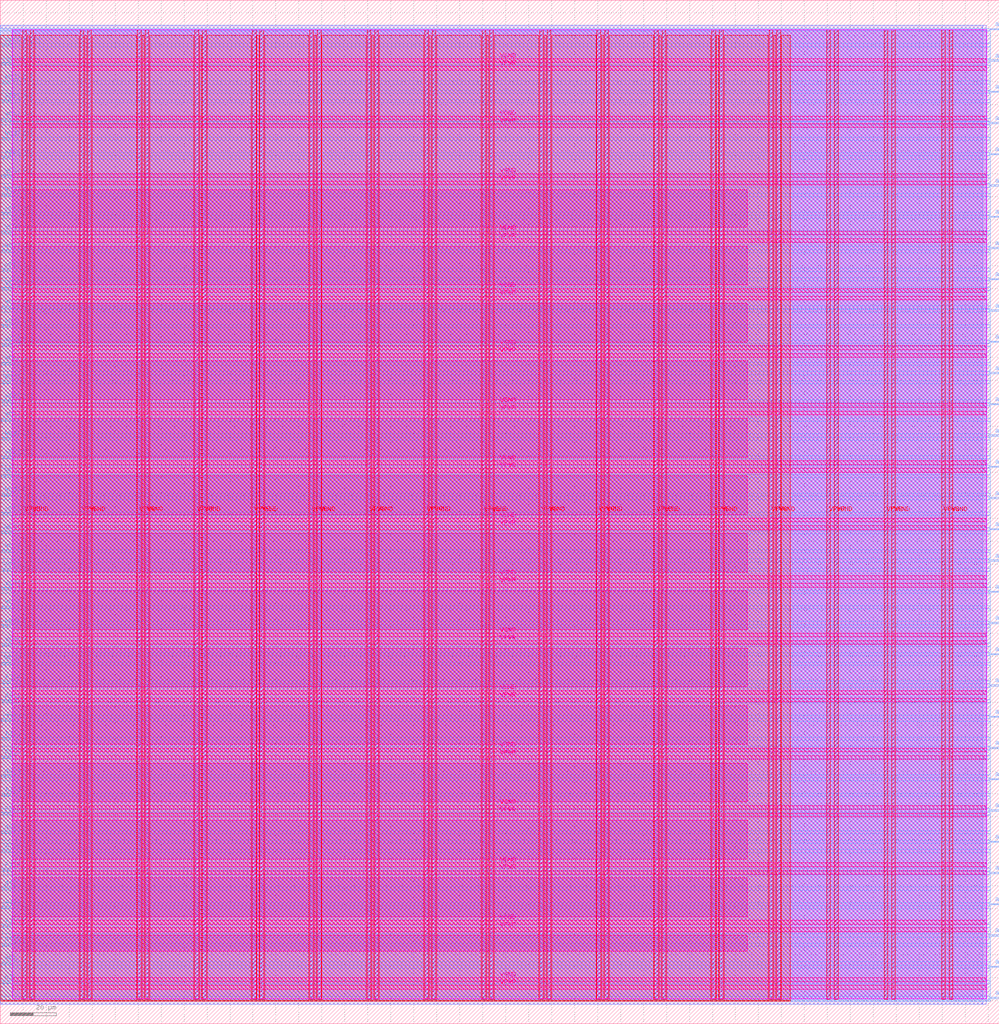
<source format=lef>
VERSION 5.7 ;
  NOWIREEXTENSIONATPIN ON ;
  DIVIDERCHAR "/" ;
  BUSBITCHARS "[]" ;
MACRO top
  CLASS BLOCK ;
  FOREIGN top ;
  ORIGIN 0.000 0.000 ;
  SIZE 434.795 BY 445.515 ;
  PIN A1[0]
    DIRECTION INPUT ;
    USE SIGNAL ;
    ANTENNAGATEAREA 0.213000 ;
    PORT
      LAYER met3 ;
        RECT 0.000 34.040 4.000 34.640 ;
    END
  END A1[0]
  PIN A1[1]
    DIRECTION INPUT ;
    USE SIGNAL ;
    ANTENNAGATEAREA 0.126000 ;
    PORT
      LAYER met3 ;
        RECT 0.000 42.200 4.000 42.800 ;
    END
  END A1[1]
  PIN A1[2]
    DIRECTION INPUT ;
    USE SIGNAL ;
    ANTENNAGATEAREA 0.247500 ;
    PORT
      LAYER met3 ;
        RECT 0.000 50.360 4.000 50.960 ;
    END
  END A1[2]
  PIN A1[3]
    DIRECTION INPUT ;
    USE SIGNAL ;
    ANTENNAGATEAREA 0.247500 ;
    PORT
      LAYER met3 ;
        RECT 0.000 58.520 4.000 59.120 ;
    END
  END A1[3]
  PIN A1[4]
    DIRECTION INPUT ;
    USE SIGNAL ;
    ANTENNAGATEAREA 0.213000 ;
    PORT
      LAYER met3 ;
        RECT 0.000 66.680 4.000 67.280 ;
    END
  END A1[4]
  PIN A2[0]
    DIRECTION INPUT ;
    USE SIGNAL ;
    ANTENNAGATEAREA 7.120500 ;
    PORT
      LAYER met3 ;
        RECT 0.000 74.840 4.000 75.440 ;
    END
  END A2[0]
  PIN A2[1]
    DIRECTION INPUT ;
    USE SIGNAL ;
    ANTENNAGATEAREA 0.852000 ;
    PORT
      LAYER met3 ;
        RECT 0.000 83.000 4.000 83.600 ;
    END
  END A2[1]
  PIN A2[2]
    DIRECTION INPUT ;
    USE SIGNAL ;
    ANTENNAGATEAREA 0.126000 ;
    PORT
      LAYER met3 ;
        RECT 0.000 91.160 4.000 91.760 ;
    END
  END A2[2]
  PIN A2[3]
    DIRECTION INPUT ;
    USE SIGNAL ;
    ANTENNAGATEAREA 0.126000 ;
    PORT
      LAYER met3 ;
        RECT 0.000 99.320 4.000 99.920 ;
    END
  END A2[3]
  PIN A2[4]
    DIRECTION INPUT ;
    USE SIGNAL ;
    ANTENNAGATEAREA 0.247500 ;
    PORT
      LAYER met3 ;
        RECT 0.000 107.480 4.000 108.080 ;
    END
  END A2[4]
  PIN A3[0]
    DIRECTION INPUT ;
    USE SIGNAL ;
    ANTENNAGATEAREA 0.247500 ;
    PORT
      LAYER met3 ;
        RECT 0.000 115.640 4.000 116.240 ;
    END
  END A3[0]
  PIN A3[1]
    DIRECTION INPUT ;
    USE SIGNAL ;
    ANTENNAGATEAREA 0.159000 ;
    PORT
      LAYER met3 ;
        RECT 0.000 123.800 4.000 124.400 ;
    END
  END A3[1]
  PIN A3[2]
    DIRECTION INPUT ;
    USE SIGNAL ;
    ANTENNAGATEAREA 0.159000 ;
    PORT
      LAYER met3 ;
        RECT 0.000 131.960 4.000 132.560 ;
    END
  END A3[2]
  PIN A3[3]
    DIRECTION INPUT ;
    USE SIGNAL ;
    ANTENNAGATEAREA 0.213000 ;
    PORT
      LAYER met3 ;
        RECT 0.000 140.120 4.000 140.720 ;
    END
  END A3[3]
  PIN A3[4]
    DIRECTION INPUT ;
    USE SIGNAL ;
    ANTENNAGATEAREA 0.213000 ;
    PORT
      LAYER met3 ;
        RECT 0.000 148.280 4.000 148.880 ;
    END
  END A3[4]
  PIN VGND
    DIRECTION INOUT ;
    USE GROUND ;
    PORT
      LAYER met4 ;
        RECT 13.020 10.640 14.620 432.720 ;
    END
    PORT
      LAYER met4 ;
        RECT 38.020 10.640 39.620 432.720 ;
    END
    PORT
      LAYER met4 ;
        RECT 63.020 10.640 64.620 432.720 ;
    END
    PORT
      LAYER met4 ;
        RECT 88.020 10.640 89.620 432.720 ;
    END
    PORT
      LAYER met4 ;
        RECT 113.020 10.640 114.620 432.720 ;
    END
    PORT
      LAYER met4 ;
        RECT 138.020 10.640 139.620 432.720 ;
    END
    PORT
      LAYER met4 ;
        RECT 163.020 10.640 164.620 432.720 ;
    END
    PORT
      LAYER met4 ;
        RECT 188.020 10.640 189.620 432.720 ;
    END
    PORT
      LAYER met4 ;
        RECT 213.020 10.640 214.620 432.720 ;
    END
    PORT
      LAYER met4 ;
        RECT 238.020 10.640 239.620 432.720 ;
    END
    PORT
      LAYER met4 ;
        RECT 263.020 10.640 264.620 432.720 ;
    END
    PORT
      LAYER met4 ;
        RECT 288.020 10.640 289.620 432.720 ;
    END
    PORT
      LAYER met4 ;
        RECT 313.020 10.640 314.620 432.720 ;
    END
    PORT
      LAYER met4 ;
        RECT 338.020 10.640 339.620 432.720 ;
    END
    PORT
      LAYER met4 ;
        RECT 363.020 10.640 364.620 432.720 ;
    END
    PORT
      LAYER met4 ;
        RECT 388.020 10.640 389.620 432.720 ;
    END
    PORT
      LAYER met4 ;
        RECT 413.020 10.640 414.620 432.720 ;
    END
    PORT
      LAYER met5 ;
        RECT 5.280 18.380 429.420 19.980 ;
    END
    PORT
      LAYER met5 ;
        RECT 5.280 43.380 429.420 44.980 ;
    END
    PORT
      LAYER met5 ;
        RECT 5.280 68.380 429.420 69.980 ;
    END
    PORT
      LAYER met5 ;
        RECT 5.280 93.380 429.420 94.980 ;
    END
    PORT
      LAYER met5 ;
        RECT 5.280 118.380 429.420 119.980 ;
    END
    PORT
      LAYER met5 ;
        RECT 5.280 143.380 429.420 144.980 ;
    END
    PORT
      LAYER met5 ;
        RECT 5.280 168.380 429.420 169.980 ;
    END
    PORT
      LAYER met5 ;
        RECT 5.280 193.380 429.420 194.980 ;
    END
    PORT
      LAYER met5 ;
        RECT 5.280 218.380 429.420 219.980 ;
    END
    PORT
      LAYER met5 ;
        RECT 5.280 243.380 429.420 244.980 ;
    END
    PORT
      LAYER met5 ;
        RECT 5.280 268.380 429.420 269.980 ;
    END
    PORT
      LAYER met5 ;
        RECT 5.280 293.380 429.420 294.980 ;
    END
    PORT
      LAYER met5 ;
        RECT 5.280 318.380 429.420 319.980 ;
    END
    PORT
      LAYER met5 ;
        RECT 5.280 343.380 429.420 344.980 ;
    END
    PORT
      LAYER met5 ;
        RECT 5.280 368.380 429.420 369.980 ;
    END
    PORT
      LAYER met5 ;
        RECT 5.280 393.380 429.420 394.980 ;
    END
    PORT
      LAYER met5 ;
        RECT 5.280 418.380 429.420 419.980 ;
    END
  END VGND
  PIN VPWR
    DIRECTION INOUT ;
    USE POWER ;
    PORT
      LAYER met4 ;
        RECT 9.720 10.640 11.320 432.720 ;
    END
    PORT
      LAYER met4 ;
        RECT 34.720 10.640 36.320 432.720 ;
    END
    PORT
      LAYER met4 ;
        RECT 59.720 10.640 61.320 432.720 ;
    END
    PORT
      LAYER met4 ;
        RECT 84.720 10.640 86.320 432.720 ;
    END
    PORT
      LAYER met4 ;
        RECT 109.720 10.640 111.320 432.720 ;
    END
    PORT
      LAYER met4 ;
        RECT 134.720 10.640 136.320 432.720 ;
    END
    PORT
      LAYER met4 ;
        RECT 159.720 10.640 161.320 432.720 ;
    END
    PORT
      LAYER met4 ;
        RECT 184.720 10.640 186.320 432.720 ;
    END
    PORT
      LAYER met4 ;
        RECT 209.720 10.640 211.320 432.720 ;
    END
    PORT
      LAYER met4 ;
        RECT 234.720 10.640 236.320 432.720 ;
    END
    PORT
      LAYER met4 ;
        RECT 259.720 10.640 261.320 432.720 ;
    END
    PORT
      LAYER met4 ;
        RECT 284.720 10.640 286.320 432.720 ;
    END
    PORT
      LAYER met4 ;
        RECT 309.720 10.640 311.320 432.720 ;
    END
    PORT
      LAYER met4 ;
        RECT 334.720 10.640 336.320 432.720 ;
    END
    PORT
      LAYER met4 ;
        RECT 359.720 10.640 361.320 432.720 ;
    END
    PORT
      LAYER met4 ;
        RECT 384.720 10.640 386.320 432.720 ;
    END
    PORT
      LAYER met4 ;
        RECT 409.720 10.640 411.320 432.720 ;
    END
    PORT
      LAYER met5 ;
        RECT 5.280 15.080 429.420 16.680 ;
    END
    PORT
      LAYER met5 ;
        RECT 5.280 40.080 429.420 41.680 ;
    END
    PORT
      LAYER met5 ;
        RECT 5.280 65.080 429.420 66.680 ;
    END
    PORT
      LAYER met5 ;
        RECT 5.280 90.080 429.420 91.680 ;
    END
    PORT
      LAYER met5 ;
        RECT 5.280 115.080 429.420 116.680 ;
    END
    PORT
      LAYER met5 ;
        RECT 5.280 140.080 429.420 141.680 ;
    END
    PORT
      LAYER met5 ;
        RECT 5.280 165.080 429.420 166.680 ;
    END
    PORT
      LAYER met5 ;
        RECT 5.280 190.080 429.420 191.680 ;
    END
    PORT
      LAYER met5 ;
        RECT 5.280 215.080 429.420 216.680 ;
    END
    PORT
      LAYER met5 ;
        RECT 5.280 240.080 429.420 241.680 ;
    END
    PORT
      LAYER met5 ;
        RECT 5.280 265.080 429.420 266.680 ;
    END
    PORT
      LAYER met5 ;
        RECT 5.280 290.080 429.420 291.680 ;
    END
    PORT
      LAYER met5 ;
        RECT 5.280 315.080 429.420 316.680 ;
    END
    PORT
      LAYER met5 ;
        RECT 5.280 340.080 429.420 341.680 ;
    END
    PORT
      LAYER met5 ;
        RECT 5.280 365.080 429.420 366.680 ;
    END
    PORT
      LAYER met5 ;
        RECT 5.280 390.080 429.420 391.680 ;
    END
    PORT
      LAYER met5 ;
        RECT 5.280 415.080 429.420 416.680 ;
    END
  END VPWR
  PIN WD3[0]
    DIRECTION INPUT ;
    USE SIGNAL ;
    ANTENNAGATEAREA 0.213000 ;
    PORT
      LAYER met3 ;
        RECT 0.000 156.440 4.000 157.040 ;
    END
  END WD3[0]
  PIN WD3[10]
    DIRECTION INPUT ;
    USE SIGNAL ;
    ANTENNAGATEAREA 0.213000 ;
    PORT
      LAYER met3 ;
        RECT 0.000 238.040 4.000 238.640 ;
    END
  END WD3[10]
  PIN WD3[11]
    DIRECTION INPUT ;
    USE SIGNAL ;
    ANTENNAGATEAREA 0.159000 ;
    PORT
      LAYER met3 ;
        RECT 0.000 246.200 4.000 246.800 ;
    END
  END WD3[11]
  PIN WD3[12]
    DIRECTION INPUT ;
    USE SIGNAL ;
    ANTENNAGATEAREA 0.159000 ;
    PORT
      LAYER met3 ;
        RECT 0.000 254.360 4.000 254.960 ;
    END
  END WD3[12]
  PIN WD3[13]
    DIRECTION INPUT ;
    USE SIGNAL ;
    ANTENNAGATEAREA 0.213000 ;
    PORT
      LAYER met3 ;
        RECT 0.000 262.520 4.000 263.120 ;
    END
  END WD3[13]
  PIN WD3[14]
    DIRECTION INPUT ;
    USE SIGNAL ;
    ANTENNAGATEAREA 0.159000 ;
    PORT
      LAYER met3 ;
        RECT 0.000 270.680 4.000 271.280 ;
    END
  END WD3[14]
  PIN WD3[15]
    DIRECTION INPUT ;
    USE SIGNAL ;
    ANTENNAGATEAREA 0.213000 ;
    PORT
      LAYER met3 ;
        RECT 0.000 278.840 4.000 279.440 ;
    END
  END WD3[15]
  PIN WD3[16]
    DIRECTION INPUT ;
    USE SIGNAL ;
    ANTENNAGATEAREA 0.213000 ;
    PORT
      LAYER met3 ;
        RECT 0.000 287.000 4.000 287.600 ;
    END
  END WD3[16]
  PIN WD3[17]
    DIRECTION INPUT ;
    USE SIGNAL ;
    ANTENNAGATEAREA 0.159000 ;
    PORT
      LAYER met3 ;
        RECT 0.000 295.160 4.000 295.760 ;
    END
  END WD3[17]
  PIN WD3[18]
    DIRECTION INPUT ;
    USE SIGNAL ;
    ANTENNAGATEAREA 0.213000 ;
    PORT
      LAYER met3 ;
        RECT 0.000 303.320 4.000 303.920 ;
    END
  END WD3[18]
  PIN WD3[19]
    DIRECTION INPUT ;
    USE SIGNAL ;
    ANTENNAGATEAREA 0.159000 ;
    PORT
      LAYER met3 ;
        RECT 0.000 311.480 4.000 312.080 ;
    END
  END WD3[19]
  PIN WD3[1]
    DIRECTION INPUT ;
    USE SIGNAL ;
    ANTENNAGATEAREA 0.213000 ;
    PORT
      LAYER met3 ;
        RECT 0.000 164.600 4.000 165.200 ;
    END
  END WD3[1]
  PIN WD3[20]
    DIRECTION INPUT ;
    USE SIGNAL ;
    ANTENNAGATEAREA 0.213000 ;
    PORT
      LAYER met3 ;
        RECT 0.000 319.640 4.000 320.240 ;
    END
  END WD3[20]
  PIN WD3[21]
    DIRECTION INPUT ;
    USE SIGNAL ;
    ANTENNAGATEAREA 0.213000 ;
    PORT
      LAYER met3 ;
        RECT 0.000 327.800 4.000 328.400 ;
    END
  END WD3[21]
  PIN WD3[22]
    DIRECTION INPUT ;
    USE SIGNAL ;
    ANTENNAGATEAREA 0.213000 ;
    PORT
      LAYER met3 ;
        RECT 0.000 335.960 4.000 336.560 ;
    END
  END WD3[22]
  PIN WD3[23]
    DIRECTION INPUT ;
    USE SIGNAL ;
    ANTENNAGATEAREA 0.213000 ;
    PORT
      LAYER met3 ;
        RECT 0.000 344.120 4.000 344.720 ;
    END
  END WD3[23]
  PIN WD3[24]
    DIRECTION INPUT ;
    USE SIGNAL ;
    ANTENNAGATEAREA 0.213000 ;
    PORT
      LAYER met3 ;
        RECT 0.000 352.280 4.000 352.880 ;
    END
  END WD3[24]
  PIN WD3[25]
    DIRECTION INPUT ;
    USE SIGNAL ;
    ANTENNAGATEAREA 0.213000 ;
    PORT
      LAYER met3 ;
        RECT 0.000 360.440 4.000 361.040 ;
    END
  END WD3[25]
  PIN WD3[26]
    DIRECTION INPUT ;
    USE SIGNAL ;
    ANTENNAGATEAREA 0.159000 ;
    PORT
      LAYER met3 ;
        RECT 0.000 368.600 4.000 369.200 ;
    END
  END WD3[26]
  PIN WD3[27]
    DIRECTION INPUT ;
    USE SIGNAL ;
    ANTENNAGATEAREA 0.126000 ;
    PORT
      LAYER met3 ;
        RECT 0.000 376.760 4.000 377.360 ;
    END
  END WD3[27]
  PIN WD3[28]
    DIRECTION INPUT ;
    USE SIGNAL ;
    ANTENNAGATEAREA 0.126000 ;
    PORT
      LAYER met3 ;
        RECT 0.000 384.920 4.000 385.520 ;
    END
  END WD3[28]
  PIN WD3[29]
    DIRECTION INPUT ;
    USE SIGNAL ;
    ANTENNAGATEAREA 0.213000 ;
    PORT
      LAYER met3 ;
        RECT 0.000 393.080 4.000 393.680 ;
    END
  END WD3[29]
  PIN WD3[2]
    DIRECTION INPUT ;
    USE SIGNAL ;
    ANTENNAGATEAREA 0.213000 ;
    PORT
      LAYER met3 ;
        RECT 0.000 172.760 4.000 173.360 ;
    END
  END WD3[2]
  PIN WD3[30]
    DIRECTION INPUT ;
    USE SIGNAL ;
    ANTENNAGATEAREA 0.213000 ;
    PORT
      LAYER met3 ;
        RECT 0.000 401.240 4.000 401.840 ;
    END
  END WD3[30]
  PIN WD3[31]
    DIRECTION INPUT ;
    USE SIGNAL ;
    ANTENNAGATEAREA 0.213000 ;
    PORT
      LAYER met3 ;
        RECT 0.000 409.400 4.000 410.000 ;
    END
  END WD3[31]
  PIN WD3[3]
    DIRECTION INPUT ;
    USE SIGNAL ;
    ANTENNAGATEAREA 0.159000 ;
    PORT
      LAYER met3 ;
        RECT 0.000 180.920 4.000 181.520 ;
    END
  END WD3[3]
  PIN WD3[4]
    DIRECTION INPUT ;
    USE SIGNAL ;
    ANTENNAGATEAREA 0.159000 ;
    PORT
      LAYER met3 ;
        RECT 0.000 189.080 4.000 189.680 ;
    END
  END WD3[4]
  PIN WD3[5]
    DIRECTION INPUT ;
    USE SIGNAL ;
    ANTENNAGATEAREA 0.159000 ;
    PORT
      LAYER met3 ;
        RECT 0.000 197.240 4.000 197.840 ;
    END
  END WD3[5]
  PIN WD3[6]
    DIRECTION INPUT ;
    USE SIGNAL ;
    ANTENNAGATEAREA 0.159000 ;
    PORT
      LAYER met3 ;
        RECT 0.000 205.400 4.000 206.000 ;
    END
  END WD3[6]
  PIN WD3[7]
    DIRECTION INPUT ;
    USE SIGNAL ;
    ANTENNAGATEAREA 0.213000 ;
    PORT
      LAYER met3 ;
        RECT 0.000 213.560 4.000 214.160 ;
    END
  END WD3[7]
  PIN WD3[8]
    DIRECTION INPUT ;
    USE SIGNAL ;
    ANTENNAGATEAREA 0.126000 ;
    PORT
      LAYER met3 ;
        RECT 0.000 221.720 4.000 222.320 ;
    END
  END WD3[8]
  PIN WD3[9]
    DIRECTION INPUT ;
    USE SIGNAL ;
    ANTENNAGATEAREA 0.126000 ;
    PORT
      LAYER met3 ;
        RECT 0.000 229.880 4.000 230.480 ;
    END
  END WD3[9]
  PIN WE3
    DIRECTION INPUT ;
    USE SIGNAL ;
    ANTENNAGATEAREA 0.213000 ;
    PORT
      LAYER met3 ;
        RECT 0.000 25.880 4.000 26.480 ;
    END
  END WE3
  PIN alu_out[0]
    DIRECTION OUTPUT ;
    USE SIGNAL ;
    ANTENNADIFFAREA 1.336500 ;
    PORT
      LAYER met3 ;
        RECT 430.795 10.920 434.795 11.520 ;
    END
  END alu_out[0]
  PIN alu_out[10]
    DIRECTION OUTPUT ;
    USE SIGNAL ;
    ANTENNADIFFAREA 0.445500 ;
    PORT
      LAYER met3 ;
        RECT 430.795 146.920 434.795 147.520 ;
    END
  END alu_out[10]
  PIN alu_out[11]
    DIRECTION OUTPUT ;
    USE SIGNAL ;
    ANTENNADIFFAREA 0.445500 ;
    PORT
      LAYER met3 ;
        RECT 430.795 160.520 434.795 161.120 ;
    END
  END alu_out[11]
  PIN alu_out[12]
    DIRECTION OUTPUT ;
    USE SIGNAL ;
    ANTENNADIFFAREA 1.336500 ;
    PORT
      LAYER met3 ;
        RECT 430.795 174.120 434.795 174.720 ;
    END
  END alu_out[12]
  PIN alu_out[13]
    DIRECTION OUTPUT ;
    USE SIGNAL ;
    ANTENNADIFFAREA 0.445500 ;
    PORT
      LAYER met3 ;
        RECT 430.795 187.720 434.795 188.320 ;
    END
  END alu_out[13]
  PIN alu_out[14]
    DIRECTION OUTPUT ;
    USE SIGNAL ;
    ANTENNADIFFAREA 1.336500 ;
    PORT
      LAYER met3 ;
        RECT 430.795 201.320 434.795 201.920 ;
    END
  END alu_out[14]
  PIN alu_out[15]
    DIRECTION OUTPUT ;
    USE SIGNAL ;
    ANTENNADIFFAREA 0.445500 ;
    PORT
      LAYER met3 ;
        RECT 430.795 214.920 434.795 215.520 ;
    END
  END alu_out[15]
  PIN alu_out[16]
    DIRECTION OUTPUT ;
    USE SIGNAL ;
    ANTENNADIFFAREA 0.795200 ;
    PORT
      LAYER met3 ;
        RECT 430.795 228.520 434.795 229.120 ;
    END
  END alu_out[16]
  PIN alu_out[17]
    DIRECTION OUTPUT ;
    USE SIGNAL ;
    ANTENNADIFFAREA 0.795200 ;
    PORT
      LAYER met3 ;
        RECT 430.795 242.120 434.795 242.720 ;
    END
  END alu_out[17]
  PIN alu_out[18]
    DIRECTION OUTPUT ;
    USE SIGNAL ;
    ANTENNADIFFAREA 1.336500 ;
    PORT
      LAYER met3 ;
        RECT 430.795 255.720 434.795 256.320 ;
    END
  END alu_out[18]
  PIN alu_out[19]
    DIRECTION OUTPUT ;
    USE SIGNAL ;
    ANTENNADIFFAREA 0.445500 ;
    PORT
      LAYER met3 ;
        RECT 430.795 269.320 434.795 269.920 ;
    END
  END alu_out[19]
  PIN alu_out[1]
    DIRECTION OUTPUT ;
    USE SIGNAL ;
    ANTENNADIFFAREA 1.336500 ;
    PORT
      LAYER met3 ;
        RECT 430.795 24.520 434.795 25.120 ;
    END
  END alu_out[1]
  PIN alu_out[20]
    DIRECTION OUTPUT ;
    USE SIGNAL ;
    ANTENNADIFFAREA 0.795200 ;
    PORT
      LAYER met3 ;
        RECT 430.795 282.920 434.795 283.520 ;
    END
  END alu_out[20]
  PIN alu_out[21]
    DIRECTION OUTPUT ;
    USE SIGNAL ;
    ANTENNADIFFAREA 0.445500 ;
    PORT
      LAYER met3 ;
        RECT 430.795 296.520 434.795 297.120 ;
    END
  END alu_out[21]
  PIN alu_out[22]
    DIRECTION OUTPUT ;
    USE SIGNAL ;
    ANTENNADIFFAREA 0.795200 ;
    PORT
      LAYER met3 ;
        RECT 430.795 310.120 434.795 310.720 ;
    END
  END alu_out[22]
  PIN alu_out[23]
    DIRECTION OUTPUT ;
    USE SIGNAL ;
    ANTENNADIFFAREA 0.445500 ;
    PORT
      LAYER met3 ;
        RECT 430.795 323.720 434.795 324.320 ;
    END
  END alu_out[23]
  PIN alu_out[24]
    DIRECTION OUTPUT ;
    USE SIGNAL ;
    ANTENNADIFFAREA 0.445500 ;
    PORT
      LAYER met3 ;
        RECT 430.795 337.320 434.795 337.920 ;
    END
  END alu_out[24]
  PIN alu_out[25]
    DIRECTION OUTPUT ;
    USE SIGNAL ;
    ANTENNADIFFAREA 0.445500 ;
    PORT
      LAYER met3 ;
        RECT 430.795 350.920 434.795 351.520 ;
    END
  END alu_out[25]
  PIN alu_out[26]
    DIRECTION OUTPUT ;
    USE SIGNAL ;
    ANTENNADIFFAREA 0.445500 ;
    PORT
      LAYER met3 ;
        RECT 430.795 364.520 434.795 365.120 ;
    END
  END alu_out[26]
  PIN alu_out[27]
    DIRECTION OUTPUT ;
    USE SIGNAL ;
    ANTENNADIFFAREA 0.445500 ;
    PORT
      LAYER met3 ;
        RECT 430.795 378.120 434.795 378.720 ;
    END
  END alu_out[27]
  PIN alu_out[28]
    DIRECTION OUTPUT ;
    USE SIGNAL ;
    ANTENNADIFFAREA 0.445500 ;
    PORT
      LAYER met3 ;
        RECT 430.795 391.720 434.795 392.320 ;
    END
  END alu_out[28]
  PIN alu_out[29]
    DIRECTION OUTPUT ;
    USE SIGNAL ;
    ANTENNADIFFAREA 1.336500 ;
    PORT
      LAYER met3 ;
        RECT 430.795 405.320 434.795 405.920 ;
    END
  END alu_out[29]
  PIN alu_out[2]
    DIRECTION OUTPUT ;
    USE SIGNAL ;
    ANTENNADIFFAREA 0.891000 ;
    PORT
      LAYER met3 ;
        RECT 430.795 38.120 434.795 38.720 ;
    END
  END alu_out[2]
  PIN alu_out[30]
    DIRECTION OUTPUT ;
    USE SIGNAL ;
    ANTENNADIFFAREA 1.336500 ;
    PORT
      LAYER met3 ;
        RECT 430.795 418.920 434.795 419.520 ;
    END
  END alu_out[30]
  PIN alu_out[31]
    DIRECTION OUTPUT ;
    USE SIGNAL ;
    ANTENNADIFFAREA 0.445500 ;
    PORT
      LAYER met3 ;
        RECT 430.795 432.520 434.795 433.120 ;
    END
  END alu_out[31]
  PIN alu_out[3]
    DIRECTION OUTPUT ;
    USE SIGNAL ;
    ANTENNADIFFAREA 0.445500 ;
    PORT
      LAYER met3 ;
        RECT 430.795 51.720 434.795 52.320 ;
    END
  END alu_out[3]
  PIN alu_out[4]
    DIRECTION OUTPUT ;
    USE SIGNAL ;
    ANTENNADIFFAREA 0.445500 ;
    PORT
      LAYER met3 ;
        RECT 430.795 65.320 434.795 65.920 ;
    END
  END alu_out[4]
  PIN alu_out[5]
    DIRECTION OUTPUT ;
    USE SIGNAL ;
    ANTENNADIFFAREA 0.445500 ;
    PORT
      LAYER met3 ;
        RECT 430.795 78.920 434.795 79.520 ;
    END
  END alu_out[5]
  PIN alu_out[6]
    DIRECTION OUTPUT ;
    USE SIGNAL ;
    ANTENNADIFFAREA 1.336500 ;
    PORT
      LAYER met3 ;
        RECT 430.795 92.520 434.795 93.120 ;
    END
  END alu_out[6]
  PIN alu_out[7]
    DIRECTION OUTPUT ;
    USE SIGNAL ;
    ANTENNADIFFAREA 0.445500 ;
    PORT
      LAYER met3 ;
        RECT 430.795 106.120 434.795 106.720 ;
    END
  END alu_out[7]
  PIN alu_out[8]
    DIRECTION OUTPUT ;
    USE SIGNAL ;
    ANTENNADIFFAREA 0.445500 ;
    PORT
      LAYER met3 ;
        RECT 430.795 119.720 434.795 120.320 ;
    END
  END alu_out[8]
  PIN alu_out[9]
    DIRECTION OUTPUT ;
    USE SIGNAL ;
    ANTENNADIFFAREA 0.445500 ;
    PORT
      LAYER met3 ;
        RECT 430.795 133.320 434.795 133.920 ;
    END
  END alu_out[9]
  PIN clk
    DIRECTION INPUT ;
    USE SIGNAL ;
    ANTENNAGATEAREA 0.852000 ;
    PORT
      LAYER met3 ;
        RECT 0.000 17.720 4.000 18.320 ;
    END
  END clk
  PIN opcode[0]
    DIRECTION INPUT ;
    USE SIGNAL ;
    ANTENNAGATEAREA 0.247500 ;
    PORT
      LAYER met3 ;
        RECT 0.000 417.560 4.000 418.160 ;
    END
  END opcode[0]
  PIN opcode[1]
    DIRECTION INPUT ;
    USE SIGNAL ;
    ANTENNAGATEAREA 0.247500 ;
    PORT
      LAYER met3 ;
        RECT 0.000 425.720 4.000 426.320 ;
    END
  END opcode[1]
  OBS
      LAYER nwell ;
        RECT 5.330 10.795 429.370 432.670 ;
      LAYER li1 ;
        RECT 5.520 10.795 429.180 432.565 ;
      LAYER met1 ;
        RECT 0.070 8.540 429.180 434.480 ;
      LAYER met2 ;
        RECT 0.090 8.510 427.710 434.510 ;
      LAYER met3 ;
        RECT 0.065 432.120 430.395 432.985 ;
        RECT 0.065 426.720 430.795 432.120 ;
        RECT 4.400 425.320 430.795 426.720 ;
        RECT 0.065 419.920 430.795 425.320 ;
        RECT 0.065 418.560 430.395 419.920 ;
        RECT 4.400 418.520 430.395 418.560 ;
        RECT 4.400 417.160 430.795 418.520 ;
        RECT 0.065 410.400 430.795 417.160 ;
        RECT 4.400 409.000 430.795 410.400 ;
        RECT 0.065 406.320 430.795 409.000 ;
        RECT 0.065 404.920 430.395 406.320 ;
        RECT 0.065 402.240 430.795 404.920 ;
        RECT 4.400 400.840 430.795 402.240 ;
        RECT 0.065 394.080 430.795 400.840 ;
        RECT 4.400 392.720 430.795 394.080 ;
        RECT 4.400 392.680 430.395 392.720 ;
        RECT 0.065 391.320 430.395 392.680 ;
        RECT 0.065 385.920 430.795 391.320 ;
        RECT 4.400 384.520 430.795 385.920 ;
        RECT 0.065 379.120 430.795 384.520 ;
        RECT 0.065 377.760 430.395 379.120 ;
        RECT 4.400 377.720 430.395 377.760 ;
        RECT 4.400 376.360 430.795 377.720 ;
        RECT 0.065 369.600 430.795 376.360 ;
        RECT 4.400 368.200 430.795 369.600 ;
        RECT 0.065 365.520 430.795 368.200 ;
        RECT 0.065 364.120 430.395 365.520 ;
        RECT 0.065 361.440 430.795 364.120 ;
        RECT 4.400 360.040 430.795 361.440 ;
        RECT 0.065 353.280 430.795 360.040 ;
        RECT 4.400 351.920 430.795 353.280 ;
        RECT 4.400 351.880 430.395 351.920 ;
        RECT 0.065 350.520 430.395 351.880 ;
        RECT 0.065 345.120 430.795 350.520 ;
        RECT 4.400 343.720 430.795 345.120 ;
        RECT 0.065 338.320 430.795 343.720 ;
        RECT 0.065 336.960 430.395 338.320 ;
        RECT 4.400 336.920 430.395 336.960 ;
        RECT 4.400 335.560 430.795 336.920 ;
        RECT 0.065 328.800 430.795 335.560 ;
        RECT 4.400 327.400 430.795 328.800 ;
        RECT 0.065 324.720 430.795 327.400 ;
        RECT 0.065 323.320 430.395 324.720 ;
        RECT 0.065 320.640 430.795 323.320 ;
        RECT 4.400 319.240 430.795 320.640 ;
        RECT 0.065 312.480 430.795 319.240 ;
        RECT 4.400 311.120 430.795 312.480 ;
        RECT 4.400 311.080 430.395 311.120 ;
        RECT 0.065 309.720 430.395 311.080 ;
        RECT 0.065 304.320 430.795 309.720 ;
        RECT 4.400 302.920 430.795 304.320 ;
        RECT 0.065 297.520 430.795 302.920 ;
        RECT 0.065 296.160 430.395 297.520 ;
        RECT 4.400 296.120 430.395 296.160 ;
        RECT 4.400 294.760 430.795 296.120 ;
        RECT 0.065 288.000 430.795 294.760 ;
        RECT 4.400 286.600 430.795 288.000 ;
        RECT 0.065 283.920 430.795 286.600 ;
        RECT 0.065 282.520 430.395 283.920 ;
        RECT 0.065 279.840 430.795 282.520 ;
        RECT 4.400 278.440 430.795 279.840 ;
        RECT 0.065 271.680 430.795 278.440 ;
        RECT 4.400 270.320 430.795 271.680 ;
        RECT 4.400 270.280 430.395 270.320 ;
        RECT 0.065 268.920 430.395 270.280 ;
        RECT 0.065 263.520 430.795 268.920 ;
        RECT 4.400 262.120 430.795 263.520 ;
        RECT 0.065 256.720 430.795 262.120 ;
        RECT 0.065 255.360 430.395 256.720 ;
        RECT 4.400 255.320 430.395 255.360 ;
        RECT 4.400 253.960 430.795 255.320 ;
        RECT 0.065 247.200 430.795 253.960 ;
        RECT 4.400 245.800 430.795 247.200 ;
        RECT 0.065 243.120 430.795 245.800 ;
        RECT 0.065 241.720 430.395 243.120 ;
        RECT 0.065 239.040 430.795 241.720 ;
        RECT 4.400 237.640 430.795 239.040 ;
        RECT 0.065 230.880 430.795 237.640 ;
        RECT 4.400 229.520 430.795 230.880 ;
        RECT 4.400 229.480 430.395 229.520 ;
        RECT 0.065 228.120 430.395 229.480 ;
        RECT 0.065 222.720 430.795 228.120 ;
        RECT 4.400 221.320 430.795 222.720 ;
        RECT 0.065 215.920 430.795 221.320 ;
        RECT 0.065 214.560 430.395 215.920 ;
        RECT 4.400 214.520 430.395 214.560 ;
        RECT 4.400 213.160 430.795 214.520 ;
        RECT 0.065 206.400 430.795 213.160 ;
        RECT 4.400 205.000 430.795 206.400 ;
        RECT 0.065 202.320 430.795 205.000 ;
        RECT 0.065 200.920 430.395 202.320 ;
        RECT 0.065 198.240 430.795 200.920 ;
        RECT 4.400 196.840 430.795 198.240 ;
        RECT 0.065 190.080 430.795 196.840 ;
        RECT 4.400 188.720 430.795 190.080 ;
        RECT 4.400 188.680 430.395 188.720 ;
        RECT 0.065 187.320 430.395 188.680 ;
        RECT 0.065 181.920 430.795 187.320 ;
        RECT 4.400 180.520 430.795 181.920 ;
        RECT 0.065 175.120 430.795 180.520 ;
        RECT 0.065 173.760 430.395 175.120 ;
        RECT 4.400 173.720 430.395 173.760 ;
        RECT 4.400 172.360 430.795 173.720 ;
        RECT 0.065 165.600 430.795 172.360 ;
        RECT 4.400 164.200 430.795 165.600 ;
        RECT 0.065 161.520 430.795 164.200 ;
        RECT 0.065 160.120 430.395 161.520 ;
        RECT 0.065 157.440 430.795 160.120 ;
        RECT 4.400 156.040 430.795 157.440 ;
        RECT 0.065 149.280 430.795 156.040 ;
        RECT 4.400 147.920 430.795 149.280 ;
        RECT 4.400 147.880 430.395 147.920 ;
        RECT 0.065 146.520 430.395 147.880 ;
        RECT 0.065 141.120 430.795 146.520 ;
        RECT 4.400 139.720 430.795 141.120 ;
        RECT 0.065 134.320 430.795 139.720 ;
        RECT 0.065 132.960 430.395 134.320 ;
        RECT 4.400 132.920 430.395 132.960 ;
        RECT 4.400 131.560 430.795 132.920 ;
        RECT 0.065 124.800 430.795 131.560 ;
        RECT 4.400 123.400 430.795 124.800 ;
        RECT 0.065 120.720 430.795 123.400 ;
        RECT 0.065 119.320 430.395 120.720 ;
        RECT 0.065 116.640 430.795 119.320 ;
        RECT 4.400 115.240 430.795 116.640 ;
        RECT 0.065 108.480 430.795 115.240 ;
        RECT 4.400 107.120 430.795 108.480 ;
        RECT 4.400 107.080 430.395 107.120 ;
        RECT 0.065 105.720 430.395 107.080 ;
        RECT 0.065 100.320 430.795 105.720 ;
        RECT 4.400 98.920 430.795 100.320 ;
        RECT 0.065 93.520 430.795 98.920 ;
        RECT 0.065 92.160 430.395 93.520 ;
        RECT 4.400 92.120 430.395 92.160 ;
        RECT 4.400 90.760 430.795 92.120 ;
        RECT 0.065 84.000 430.795 90.760 ;
        RECT 4.400 82.600 430.795 84.000 ;
        RECT 0.065 79.920 430.795 82.600 ;
        RECT 0.065 78.520 430.395 79.920 ;
        RECT 0.065 75.840 430.795 78.520 ;
        RECT 4.400 74.440 430.795 75.840 ;
        RECT 0.065 67.680 430.795 74.440 ;
        RECT 4.400 66.320 430.795 67.680 ;
        RECT 4.400 66.280 430.395 66.320 ;
        RECT 0.065 64.920 430.395 66.280 ;
        RECT 0.065 59.520 430.795 64.920 ;
        RECT 4.400 58.120 430.795 59.520 ;
        RECT 0.065 52.720 430.795 58.120 ;
        RECT 0.065 51.360 430.395 52.720 ;
        RECT 4.400 51.320 430.395 51.360 ;
        RECT 4.400 49.960 430.795 51.320 ;
        RECT 0.065 43.200 430.795 49.960 ;
        RECT 4.400 41.800 430.795 43.200 ;
        RECT 0.065 39.120 430.795 41.800 ;
        RECT 0.065 37.720 430.395 39.120 ;
        RECT 0.065 35.040 430.795 37.720 ;
        RECT 4.400 33.640 430.795 35.040 ;
        RECT 0.065 26.880 430.795 33.640 ;
        RECT 4.400 25.520 430.795 26.880 ;
        RECT 4.400 25.480 430.395 25.520 ;
        RECT 0.065 24.120 430.395 25.480 ;
        RECT 0.065 18.720 430.795 24.120 ;
        RECT 4.400 17.320 430.795 18.720 ;
        RECT 0.065 11.920 430.795 17.320 ;
        RECT 0.065 10.520 430.395 11.920 ;
        RECT 0.065 9.695 430.795 10.520 ;
      LAYER met4 ;
        RECT 0.295 10.240 9.320 430.265 ;
        RECT 11.720 10.240 12.620 430.265 ;
        RECT 15.020 10.240 34.320 430.265 ;
        RECT 36.720 10.240 37.620 430.265 ;
        RECT 40.020 10.240 59.320 430.265 ;
        RECT 61.720 10.240 62.620 430.265 ;
        RECT 65.020 10.240 84.320 430.265 ;
        RECT 86.720 10.240 87.620 430.265 ;
        RECT 90.020 10.240 109.320 430.265 ;
        RECT 111.720 10.240 112.620 430.265 ;
        RECT 115.020 10.240 134.320 430.265 ;
        RECT 136.720 10.240 137.620 430.265 ;
        RECT 140.020 10.240 159.320 430.265 ;
        RECT 161.720 10.240 162.620 430.265 ;
        RECT 165.020 10.240 184.320 430.265 ;
        RECT 186.720 10.240 187.620 430.265 ;
        RECT 190.020 10.240 209.320 430.265 ;
        RECT 211.720 10.240 212.620 430.265 ;
        RECT 215.020 10.240 234.320 430.265 ;
        RECT 236.720 10.240 237.620 430.265 ;
        RECT 240.020 10.240 259.320 430.265 ;
        RECT 261.720 10.240 262.620 430.265 ;
        RECT 265.020 10.240 284.320 430.265 ;
        RECT 286.720 10.240 287.620 430.265 ;
        RECT 290.020 10.240 309.320 430.265 ;
        RECT 311.720 10.240 312.620 430.265 ;
        RECT 315.020 10.240 334.320 430.265 ;
        RECT 336.720 10.240 337.620 430.265 ;
        RECT 340.020 10.240 343.785 430.265 ;
        RECT 0.295 9.695 343.785 10.240 ;
      LAYER met5 ;
        RECT 5.180 346.580 325.100 362.900 ;
        RECT 5.180 321.580 325.100 338.480 ;
        RECT 5.180 296.580 325.100 313.480 ;
        RECT 5.180 271.580 325.100 288.480 ;
        RECT 5.180 246.580 325.100 263.480 ;
        RECT 5.180 221.580 325.100 238.480 ;
        RECT 5.180 196.580 325.100 213.480 ;
        RECT 5.180 171.580 325.100 188.480 ;
        RECT 5.180 146.580 325.100 163.480 ;
        RECT 5.180 121.580 325.100 138.480 ;
        RECT 5.180 96.580 325.100 113.480 ;
        RECT 5.180 71.580 325.100 88.480 ;
        RECT 5.180 46.580 325.100 63.480 ;
        RECT 5.180 31.500 325.100 38.480 ;
  END
END top
END LIBRARY


</source>
